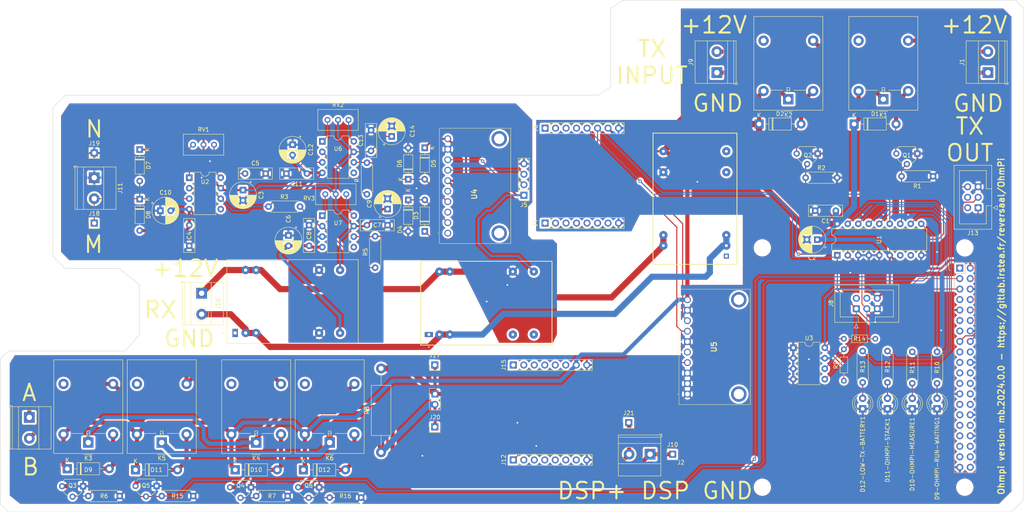
<source format=kicad_pcb>
(kicad_pcb (version 20211014) (generator pcbnew)
  (layers (0 "F.Cu" signal) (31 "B.Cu" signal) (34 "B.Paste" user) (35 "F.Paste" user) (36 "B.SilkS" user "B.Silkscreen") (37 "F.SilkS" user "F.Silkscreen") (38 "B.Mask" user) (39 "F.Mask" user) (44 "Edge.Cuts" user))
  (net 0 "")
  (net 1 "5VD")
  (net 2 "GNDD")
  (net 3 "GNDA")
  (net 4 "Net-(D1-Pad2)")
  (net 6 "SDA1")
  (net 8 "SCL1")
  (net 10 "Net-(R3-Pad2)")
  (net 11 "SCL2")
  (net 12 "SDA2")
  (net 14 "AN")
  (net 28 "SDA3")
  (net 29 "SCL3")
  (net 57 "/Relay_switch_dsp/out_12v_DSP")
  (net 58 "/Relay_switch_dsp/out_GND_DSP")
  (net 59 "/Current_injection_and_measurement/Input_DSP_+_alim")
  (net 60 "/Current_injection_and_measurement/Input_DSP_GND_alim")
  (net 61 "+12V_TX_bat")
  (net 62 "GND_TX_bat")
  (net 63 "/Vmn_measurement/Electrode_M")
  (net 64 "+12V_RX_bat")
  (net 65 "GND_RX_bat")
  (net 67 "-12V_A")
  (net 68 "+12V_A")
  (net 75 "5VA")
  (net 76 "Net-(J14-Pad2)")
  (net 77 "Net-(D5-Pad2)")
  (net 78 "GP2")
  (net 79 "GP3")
  (net 80 "GP0")
  (net 81 "GP1")
  (net 83 "Net-(D2-Pad2)")
  (net 103 "/Current_injection_and_measurement/A")
  (net 104 "/Current_injection_and_measurement/B")
  (net 105 "GP4")
  (net 106 "GP5")
  (net 107 "GP6")
  (net 108 "GP7")
  (net 109 "Net-(D3-Pad2)")
  (net 110 "Net-(D9-OHMPI-RUN-WAITING1-Pad2)")
  (net 111 "Net-(D10-OHMPI-MEASURE1-Pad2)")
  (net 112 "Net-(D11-OHMPI-STACK1-Pad2)")
  (net 113 "Net-(D12-LOW-TX-BATTERY1-Pad2)")
  (net 114 "Net-(R3-Pad1)")
  (net 115 "Net-(R4-Pad1)")
  (net 116 "Net-(RV1-Pad1)")
  (net 117 "Net-(RV1-Pad3)")
  (net 118 "Net-(RV2-Pad1)")
  (net 119 "Net-(RV2-Pad3)")
  (net 120 "Net-(RV3-Pad1)")
  (net 121 "Net-(RV3-Pad3)")
  (net 125 "Net-(D9-Pad2)")
  (net 126 "Net-(D10-Pad2)")
  (net 127 "Net-(D11-Pad2)")
  (net 128 "Net-(D12-Pad2)")
  (footprint "Potentiometer_THT:Potentiometer_Bourns_3296W_Vertical" (layer "F.Cu") (at 98.55 60)
    (fp_text reference "RV2")
    (fp_text value "10K")
  )
  (footprint "Resistor_THT:R_Axial_DIN0207_L6.3mm_D2.5mm_P7.62mm_Horizontal" (layer "F.Cu") (at 43.18 151.13 180)
    (fp_text reference "R6")
    (fp_text value "100k")
  )
  (footprint "TerminalBlock_Phoenix:TerminalBlock_Phoenix_MKDS-1,5-2-5.08_1x02_P5.08mm_Horizontal" (layer "F.Cu") (at 253.305 48.545 90)
    (fp_text reference "J1")
    (fp_text value "DSP_out_12v_GND")
  )
  (footprint "Resistor_THT:R_Axial_DIN0207_L6.3mm_D2.5mm_P7.62mm_Horizontal" (layer "F.Cu") (at 240.03 73.66 180)
    (fp_text reference "R1")
    (fp_text value "100k")
  )
  (footprint "TerminalBlock_Phoenix:TerminalBlock_Phoenix_MKDS-1,5-2-5.08_1x02_P5.08mm_Horizontal" (layer "F.Cu") (at 187.695 48.545 90)
    (fp_text reference "J9")
    (fp_text value "TX_bat")
  )
  (footprint "Relay_THT:Relay_SPDT_Omron-G5LE-1" (layer "F.Cu") (at 93.98 138.1675 180)
    (fp_text reference "K6")
    (fp_text value "G5LE-1")
  )
  (footprint "LED_THT:LED_D4.0mm" (layer "F.Cu") (at 235 130 90)
    (fp_text reference "D10-OHMPI-MEASURE1")
    (fp_text value "LED")
  )
  (footprint "Relay_THT:Relay_SPDT_Omron-G5LE-1" (layer "F.Cu") (at 228 55 180)
    (fp_text reference "K1")
    (fp_text value "G5LE-1")
  )
  (footprint "Connector_PinHeader_2.54mm:PinHeader_1x01_P2.54mm_Vertical" (layer "F.Cu") (at 37 85)
    (fp_text reference "J18")
    (fp_text value "ELEC_M")
  )
  (footprint "Connector_PinHeader_2.54mm:PinHeader_1x01_P2.54mm_Vertical" (layer "F.Cu") (at 119.43 134.38)
    (fp_text reference "J20")
    (fp_text value "shunt +")
  )
  (footprint "" (layer "F.Cu") (at 247.71 150)
    (fp_text reference "")
    (fp_text value "")
  )
  (footprint "Relay_THT:Relay_SPDT_Omron-G5LE-1" (layer "F.Cu") (at 76.2 138.1675 180)
    (fp_text reference "K4")
    (fp_text value "G5LE-1")
  )
  (footprint "Diode_THT:D_DO-41_SOD81_P10.16mm_Horizontal" (layer "F.Cu") (at 71.12 144.78)
    (fp_text reference "D10")
    (fp_text value "1N4001")
  )
  (footprint "" (layer "F.Cu") (at 247.71 91)
    (fp_text reference "")
    (fp_text value "")
  )
  (footprint "Resistor_THT:R_Axial_DIN0207_L6.3mm_D2.5mm_P7.62mm_Horizontal" (layer "F.Cu") (at 209.19 74)
    (fp_text reference "R2")
    (fp_text value "100k")
  )
  (footprint "Diode_THT:D_DO-35_SOD27_P7.62mm_Horizontal" (layer "F.Cu") (at 48 79.19 -90)
    (fp_text reference "D8")
    (fp_text value "BAT86")
  )
  (footprint "Capacitor_THT:C_Disc_D8.0mm_W2.5mm_P5.00mm" (layer "F.Cu") (at 103 85.5)
    (fp_text reference "C7")
    (fp_text value "100nF")
  )
  (footprint "Resistor_THT:R_Axial_DIN0207_L6.3mm_D2.5mm_P7.62mm_Horizontal" (layer "F.Cu") (at 229 116 -90)
    (fp_text reference "R12")
    (fp_text value "330 ohms")
  )
  (footprint "Connector_PinHeader_2.54mm:PinHeader_1x08_P2.54mm_Vertical" (layer "F.Cu") (at 146.125 85 90)
    (fp_text reference "J4")
    (fp_text value "Conn_01x08_Female")
  )
  (footprint "Resistor_THT:R_Axial_DIN0207_L6.3mm_D2.5mm_P7.62mm_Horizontal" (layer "F.Cu") (at 223 116 -90)
    (fp_text reference "R13")
    (fp_text value "330 ohms")
  )
  (footprint "Connector_PinHeader_2.54mm:PinHeader_1x08_P2.54mm_Vertical" (layer "F.Cu") (at 146.125 62 90)
    (fp_text reference "J6")
    (fp_text value "Conn_01x08_Female")
  )
  (footprint "Connector_PinHeader_2.54mm:PinHeader_1x04_P2.54mm_Vertical" (layer "F.Cu") (at 141 78.25 180)
    (fp_text reference "J5")
    (fp_text value "Conn_01x04_Female")
  )
  (footprint "Capacitor_THT:C_Disc_D8.0mm_W2.5mm_P5.00mm" (layer "F.Cu") (at 104 67.5 90)
    (fp_text reference "C13")
    (fp_text value "100nF")
  )
  (footprint "Connector_IDC:IDC-Header_2x03_P2.54mm_Vertical" (layer "F.Cu") (at 250.9425 81.285 180)
    (fp_text reference "J13")
    (fp_text value "Connector_I2C_for_mux")
  )
  (footprint "1085:1085" (layer "F.Cu") (at 122.571 87.43 -90)
    (fp_text reference "U4")
    (fp_text value "1115-Adress=0X49" hide)
  )
  (footprint "Package_DIP:DIP-18_W7.62mm" (layer "F.Cu") (at 216.85 92.8 90)
    (fp_text reference "U1")
    (fp_text value "MCP23008-xP")
  )
  (footprint "THD_15-1222N:CONV_THD_15-1222N" (layer "F.Cu") (at 85 104)
    (fp_text reference "Alim_analog_Vmn_measurement_ina128P_lm158" hide)
    (fp_text value "THD_15-1222N")
  )
  (footprint "Connector_IDC:IDC-Header_2x03_P2.54mm_Vertical" (layer "F.Cu") (at 221.455 105.7525 90)
    (fp_text reference "J8")
    (fp_text value "Connector_I2C_for_MCP23008")
  )
  (footprint "Package_DIP:DIP-8_W7.62mm" (layer "F.Cu") (at 206.2 115.2)
    (fp_text reference "U3")
    (fp_text value "24LC02")
  )
  (footprint "Resistor_THT:R_Axial_DIN0207_L6.3mm_D2.5mm_P7.62mm_Horizontal" (layer "F.Cu") (at 105 95.81 90)
    (fp_text reference "R5")
    (fp_text value "1k")
  )
  (footprint "Connector_PinHeader_2.54mm:PinHeader_1x02_P2.54mm_Vertical" (layer "F.Cu") (at 119.475 126.395)
    (fp_text reference "J14" hide)
    (fp_text value "Conn_01x02_Female")
  )
  (footprint "Resistor_THT:R_Axial_DIN0207_L6.3mm_D2.5mm_P7.62mm_Horizontal" (layer "F.Cu") (at 103 78 90)
    (fp_text reference "R4")
    (fp_text value "1k")
  )
  (footprint "Diode_THT:D_DO-35_SOD27_P7.62mm_Horizontal" (layer "F.Cu") (at 48 67.19 -90)
    (fp_text reference "D7")
    (fp_text value "BAT86")
  )
  (footprint "Diode_THT:D_DO-35_SOD27_P7.62mm_Horizontal" (layer "F.Cu") (at 117 66.76 -90)
    (fp_text reference "D5")
    (fp_text value "BAT86")
  )
  (footprint "Package_TO_SOT_THT:TO-92L_Wide" (layer "F.Cu") (at 91.45 149.01 180)
    (fp_text reference "Q6")
    (fp_text value "ZVN4206ASTZ")
  )
  (footprint "TerminalBlock_Phoenix:TerminalBlock_Phoenix_MKDS-1,5-2-5.08_1x02_P5.08mm_Horizontal" (layer "F.Cu") (at 21.285 132.075 -90)
    (fp_text reference "J3" hide)
    (fp_text value "Screw_Terminal_AB" hide)
  )
  (footprint "Package_TO_SOT_THT:TO-92L_Wide" (layer "F.Cu") (at 52.08 148.7 180)
    (fp_text reference "Q5")
    (fp_text value "ZVN4206ASTZ")
  )
  (footprint "Package_TO_SOT_THT:TO-92L_Wide" (layer "F.Cu") (at 236.23 68.16 180)
    (fp_text reference "Q1")
    (fp_text value "ZVN4206ASTZ")
  )
  (footprint "Resistor_THT:R_Axial_DIN0207_L6.3mm_D2.5mm_P7.62mm_Horizontal" (layer "F.Cu") (at 60.96 151.13 180)
    (fp_text reference "R15")
    (fp_text value "100k")
  )
  (footprint "" (layer "F.Cu") (at 203 149)
    (fp_text reference "")
    (fp_text value "")
  )
  (footprint "Capacitor_THT:C_Disc_D8.0mm_W2.5mm_P5.00mm" (layer "F.Cu") (at 73.5 73)
    (fp_text reference "C5")
    (fp_text value "100nF")
  )
  (footprint "Capacitor_THT:CP_Radial_D6.3mm_P2.50mm" (layer "F.Cu") (at 53 82)
    (fp_text reference "C10")
    (fp_text value "10uF")
  )
  (footprint "Capacitor_THT:CP_Radial_D6.3mm_P2.50mm" (layer "F.Cu") (at 212 89 180)
    (fp_text reference "C2")
    (fp_text value "10uF")
  )
  (footprint "TerminalBlock_Phoenix:TerminalBlock_Phoenix_MKDS-1,5-2-5.08_1x02_P5.08mm_Horizontal" (layer "F.Cu") (at 171.545 141 180)
    (fp_text reference "J2")
    (fp_text value "DPS5005_input_0_to_50V")
  )
  (footprint "Package_DIP:DIP-8_W7.62mm" (layer "F.Cu") (at 92.2 65.2)
    (fp_text reference "U6")
    (fp_text value "OP07")
  )
  (footprint "Diode_THT:D_DO-35_SOD27_P7.62mm_Horizontal" (layer "F.Cu") (at 113 74.38 90)
    (fp_text reference "D6")
    (fp_text value "BAT86")
  )
  (footprint "Connector_PinHeader_2.54mm:PinHeader_1x01_P2.54mm_Vertical" (layer "F.Cu") (at 37 68)
    (fp_text reference "J19")
    (fp_text value "ELEC_N")
  )
  (footprint "1085:1085" (layer "F.Cu") (at 180.571 126.43 -90)
    (fp_text reference "U5")
    (fp_text value "1115-Adress=0X48" hide)
  )
  (footprint "THD_15-1211N:THD151211N" (layer "F.Cu") (at 118 112 90)
    (fp_text reference "Alim_5V_I2C_isolator_Vmn_measurement1" hide)
    (fp_text value "THD_15-1211N" hide)
  )
  (footprint "LED_THT:LED_D4.0mm" (layer "F.Cu") (at 241 130 90)
    (fp_text reference "D9-OHMPI-RUN-WAITING1")
    (fp_text value "LED")
  )
  (footprint "Diode_THT:D_DO-41_SOD81_P10.16mm_Horizontal" (layer "F.Cu") (at 46.99 144.78)
    (fp_text reference "D11")
    (fp_text value "1N4001")
  )
  (footprint "Diode_THT:D_DO-41_SOD81_P10.16mm_Horizontal" (layer "F.Cu") (at 197.92 61)
    (fp_text reference "D2")
    (fp_text value "1N4001")
  )
  (footprint "Resistor_THT:R_Axial_DIN0207_L6.3mm_D2.5mm_P7.62mm_Horizontal" (layer "F.Cu") (at 83.82 151.13 180)
    (fp_text reference "R7")
    (fp_text value "100k")
  )
  (footprint "Package_DIP:DIP-8_W7.62mm" (layer "F.Cu") (at 92.2 83.2)
    (fp_text reference "U7")
    (fp_text value "OP07")
  )
  (footprint "Capacitor_THT:CP_Radial_D6.3mm_P2.50mm" (layer "F.Cu") (at 108 81.6 90)
    (fp_text reference "C9")
    (fp_text value "10uF")
  )
  (footprint "Diode_THT:D_DO-35_SOD27_P7.62mm_Horizontal" (layer "F.Cu") (at 117 87 90)
    (fp_text reference "D3")
    (fp_text value "BAT86")
  )
  (footprint "Connector_PinHeader_2.54mm:PinHeader_1x08_P2.54mm_Vertical" (layer "F.Cu") (at 138.43 142.38 90)
    (fp_text reference "J12")
    (fp_text value "Conn_01x08_Female")
  )
  (footprint "Connector_PinHeader_2.54mm:PinHeader_1x01_P2.54mm_Vertical" (layer "F.Cu") (at 119.43 119.38)
    (fp_text reference "J17")
    (fp_text value "DSP GND")
  )
  (footprint "Diode_THT:D_DO-41_SOD81_P10.16mm_Horizontal" (layer "F.Cu") (at 87.63 144.78)
    (fp_text reference "D12")
    (fp_text value "1N4001")
  )
  (footprint "Diode_THT:D_DO-41_SOD81_P10.16mm_Horizontal" (layer "F.Cu") (at 220.92 61)
    (fp_text reference "D1")
    (fp_text value "1N4001")
  )
  (footprint "LED_THT:LED_D4.0mm" (layer "F.Cu") (at 229 130 90)
    (fp_text reference "D11-OHMPI-STACK1")
    (fp_text value "LED")
  )
  (footprint "Resistor_THT:R_Axial_DIN0204_L3.6mm_D1.6mm_P7.62mm_Horizontal" (layer "F.Cu") (at 218.44 113.03)
    (fp_text reference "R14")
    (fp_text value "4K7")
  )
  (footprint "Package_TO_SOT_THT:TO-92L_Wide" (layer "F.Cu") (at 74.94 149.01 180)
    (fp_text reference "Q4")
    (fp_text value "ZVN4206ASTZ")
  )
  (footprint "Diode_THT:D_DO-41_SOD81_P10.16mm_Horizontal" (layer "F.Cu") (at 30.48 144.5175)
    (fp_text reference "D9")
    (fp_text value "1N4001")
  )
  (footprint "" (layer "F.Cu") (at 202 91)
    (fp_text reference "")
    (fp_text value "")
  )
  (footprint "Relay_THT:Relay_SPDT_Omron-G5LE-1" (layer "F.Cu") (at 205 55 180)
    (fp_text reference "K2")
    (fp_text value "G5LE-1")
  )
  (footprint "Resistor_THT:R_Axial_DIN0207_L6.3mm_D2.5mm_P7.62mm_Horizontal" (layer "F.Cu") (at 79.19 81)
    (fp_text reference "R3")
    (fp_text value "1k")
  )
  (footprint "Capacitor_THT:C_Disc_D8.0mm_W2.5mm_P5.00mm" (layer "F.Cu") (at 89 90.5 90)
    (fp_text reference "C8")
    (fp_text value "100nF")
  )
  (footprint "Potentiometer_THT:Potentiometer_Bourns_3296W_Vertical" (layer "F.Cu") (at 98 78)
    (fp_text reference "RV3")
    (fp_text value "10K")
  )
  (footprint "THD_15-1211N:THD151211N" (layer "F.Cu") (at 190 93 180)
    (fp_text reference "Alim_5V_Digital_rasp_iso1540_mcp23008_current_7_click1" hide)
    (fp_text value "THD_15-1211N" hide)
  )
  (footprint "Package_TO_SOT_THT:TO-92L_Wide" (layer "F.Cu") (at 34.3 148.7475 180)
    (fp_text reference "Q3")
    (fp_text value "ZVN4206ASTZ")
  )
  (footprint "Capacitor_THT:CP_Radial_D6.3mm_P2.50mm" (layer "F.Cu") (at 73 77 -90)
    (fp_text reference "C3")
    (fp_text value "10uF")
  )
  (footprint "Potentiometer_THT:Potentiometer_Bourns_3296W_Vertical" (layer "F.Cu") (at 66 66)
    (fp_text reference "RV1")
    (fp_text value "10K")
  )
  (footprint "Resistor_THT:R_Axial_DIN0207_L6.3mm_D2.5mm_P7.62mm_Horizontal" (layer "F.Cu") (at 101.6 151.5 180)
    (fp_text reference "R16")
    (fp_text value "100k")
  )
  (footprint "Capacitor_THT:CP_Radial_D6.3mm_P2.50mm" (layer "F.Cu") (at 84 88 -90)
    (fp_text reference "C6")
    (fp_text value "10uF")
  )
  (footprint "Resistor_THT:R_Axial_DIN0204_L3.6mm_D1.6mm_P7.62mm_Horizontal" (layer "F.Cu") (at 218.44 123.19 90)
    (fp_text reference "R9")
    (fp_text value "4K7")
  )
  (footprint "Resistor_THT:R_Axial_DIN0207_L6.3mm_D2.5mm_P7.62mm_Horizontal" (layer "F.Cu") (at 241 116.19 -90)
    (fp_text reference "R10")
    (fp_text value "330 ohms")
  )
  (footprint "Connector_PinHeader_2.54mm:PinHeader_1x01_P2.54mm_Vertical" (layer "F.Cu") (at 177 141)
    (fp_text reference "J10")
    (fp_text value "DSP+")
  )
  (footprint "LED_THT:LED_D4.0mm" (layer "F.Cu") (at 223 130 90)
    (fp_text reference "D12-LOW-TX-BATTERY1")
    (fp_text value "LED")
  )
  (footprint "Connector_PinHeader_2.54mm:PinHeader_1x01_P2.54mm_Vertical" (layer "F.Cu") (at 166.37 133.35)
    (fp_text reference "J21")
    (fp_text value "shunt -")
  )
  (footprint "Capacitor_THT:CP_Radial_D6.3mm_P2.50mm" (layer "F.Cu") (at 109 64 90)
    (fp_text reference "C14")
    (fp_text value "10uF")
  )
  (footprint "Package_DIP:DIP-8_W7.62mm" (layer "F.Cu") (at 60 74)
    (fp_text reference "U2")
    (fp_text value "OP07")
  )
  (footprint "Capacitor_THT:C_Disc_D8.0mm_W2.5mm_P5.00mm" (layer "F.Cu") (at 60 85.5 -90)
    (fp_text reference "C4")
    (fp_text value "100nF")
  )
  (footprint "TerminalBlock_Phoenix:TerminalBlock_Phoenix_MKDS-1,5-2-5.08_1x02_P5.08mm_Horizontal" (layer "F.Cu") (at 63 102 -90)
    (fp_text reference "J16")
    (fp_text value "RX_bat")
  )
  (footprint "Capacitor_THT:C_Disc_D8.0mm_W2.5mm_P5.00mm" (layer "F.Cu") (at 88.5 73 180)
    (fp_text reference "C11")
    (fp_text value "100nF")
  )
  (footprint "Capacitor_THT:C_Disc_D8.0mm_W2.5mm_P5.00mm" (layer "F.Cu") (at 216.5 82 180)
    (fp_text reference "C1")
    (fp_text value "100nF")
  )
  (footprint "Diode_THT:D_DO-35_SOD27_P7.62mm_Horizontal" (layer "F.Cu") (at 113 79.38 -90)
    (fp_text reference "D4")
    (fp_text value "BAT86")
  )
  (footprint "Relay_THT:Relay_SPDT_Omron-G5LE-1" (layer "F.Cu") (at 35.56 138.1675 180)
    (fp_text reference "K3")
    (fp_text value "G5LE-1")
  )
  (footprint "Resistor_THT:R_Axial_DIN0414_L11.9mm_D4.5mm_P20.32mm_Horizontal" (layer "F.Cu") (at 106.43 140.54 90)
    (fp_text reference "R8")
    (fp_text value "2 ohms")
  )
  (footprint "Resistor_THT:R_Axial_DIN0207_L6.3mm_D2.5mm_P7.62mm_Horizontal" (layer "F.Cu") (at 235 116.19 -90)
    (fp_text reference "R11")
    (fp_text value "330 ohms")
  )
  (footprint "TerminalBlock_Phoenix:TerminalBlock_Phoenix_MKDS-1,5-2-5.08_1x02_P5.08mm_Horizontal" (layer "F.Cu") (at 37 74 -90)
    (fp_text reference "J11")
    (fp_text value "Screw_Terminal_VMN")
  )
  (footprint "Capacitor_THT:CP_Radial_D6.3mm_P2.50mm" (layer "F.Cu") (at 85 66 -90)
    (fp_text reference "C12")
    (fp_text value "10uF")
  )
  (footprint "Connector_PinHeader_2.54mm:PinHeader_1x08_P2.54mm_Vertical" (layer "F.Cu") (at 138.43 119.38 90)
    (fp_text reference "J15")
    (fp_text value "Conn_01x08_Female")
  )
  (footprint "Relay_THT:Relay_SPDT_Omron-G5LE-1" (layer "F.Cu") (at 53.34 138.1675 180)
    (fp_text reference "K5")
    (fp_text value "G5LE-1")
  )
  (footprint "Package_TO_SOT_THT:TO-92L_Wide" (layer "F.Cu") (at 212.1 68.16 180)
    (fp_text reference "Q2")
    (fp_text value "ZVN4206ASTZ")
  )
  (footprint "Connector_PinSocket_2.54mm:PinSocket_2x20_P2.54mm_Vertical" (layer "B.Cu") (at 246.5 95.9 180)
    (fp_text reference "J7")
    (fp_text value "Raspberry_Pi_2_3")
  )
  (gr_line (start 165 31) (end 162 33) (layer "Edge.Cuts") (width 0.1))
  (gr_line (start 44.5 116) (end 16.24 116) (layer "Edge.Cuts") (width 0.1))
  (gr_line (start 162 33) (end 162 52) (layer "Edge.Cuts") (width 0.1))
  (gr_line (start 27 93) (end 30 96) (layer "Edge.Cuts") (width 0.1))
  (gr_line (start 30 54) (end 27 57) (layer "Edge.Cuts") (width 0.1))
  (gr_line (start 48 100) (end 43 96) (layer "Edge.Cuts") (width 0.1))
  (gr_line (start 159 54) (end 30 54) (layer "Edge.Cuts") (width 0.1))
  (gr_line (start 260 31) (end 165 31) (layer "Edge.Cuts") (width 0.1))
  (gr_line (start 27 104) (end 27 104) (layer "Edge.Cuts") (width 0.1))
  (gr_line (start 262 152) (end 262 33) (layer "Edge.Cuts") (width 0.1))
  (gr_line (start 30 96) (end 43 96) (layer "Edge.Cuts") (width 0.1))
  (gr_line (start 16.24 116) (end 14.24 117.84) (layer "Edge.Cuts") (width 0.1))
  (gr_line (start 162 52) (end 159 54) (layer "Edge.Cuts") (width 0.1))
  (gr_line (start 14.24 153) (end 16.24 155) (layer "Edge.Cuts") (width 0.1))
  (gr_line (start 14.24 117.84) (end 14.24 153) (layer "Edge.Cuts") (width 0.1))
  (gr_line (start 259 155) (end 262 152) (layer "Edge.Cuts") (width 0.1))
  (gr_line (start 48 112) (end 48 100) (layer "Edge.Cuts") (width 0.1))
  (gr_line (start 27 57) (end 27 93) (layer "Edge.Cuts") (width 0.1))
  (gr_line (start 48 112) (end 44.5 116) (layer "Edge.Cuts") (width 0.1))
  (gr_line (start 16.24 155) (end 259 155) (layer "Edge.Cuts") (width 0.1))
  (gr_line (start 260 31) (end 262 33) (layer "Edge.Cuts") (width 0.1))
  (gr_text "+12V" (at 187 37) (layer "F.SilkS") (effects (font (size 4 4) (thickness 0.5))))
  (gr_text "DSP GND" (at 182.88 149.86) (layer "F.SilkS") (effects (font (size 4 4) (thickness 0.5))))
  (gr_text "M" (at 36.83 90.17) (layer "F.SilkS") (effects (font (size 4 4) (thickness 0.5))))
  (gr_text "B" (at 21.5855 144.075) (layer "F.SilkS") (effects (font (size 4 4) (thickness 0.5))))
  (gr_text "RX" (at 53 106) (layer "F.SilkS") (effects (font (size 4 4) (thickness 0.5))))
  (gr_text "GND" (at 251 56) (layer "F.SilkS") (effects (font (size 4 4) (thickness 0.5))))
  (gr_text "GND" (at 187.932659 55.972876) (layer "F.SilkS") (effects (font (size 4 4) (thickness 0.5))))
  (gr_text "TX\nOUT" (at 248.92 64.77) (layer "F.SilkS") (effects (font (size 4 4) (thickness 0.5))))
  (gr_text "GND" (at 60 113) (layer "F.SilkS") (effects (font (size 4 4) (thickness 0.5))))
  (gr_text "Ohmpi version mb.2024.0.0 - https://gitlab.irstea.fr/reversaal/OhmPi" (at 256.54 110 90) (layer "F.SilkS") (effects (font (size 1.5 1.5) (thickness 0.3))))
  (gr_text "+12V" (at 59 96) (layer "F.SilkS") (effects (font (size 4 4) (thickness 0.5))))
  (gr_text "DSP+" (at 157.48 149.86) (layer "F.SilkS") (effects (font (size 4 4) (thickness 0.5))))
  (gr_text "+12V" (at 250 37) (layer "F.SilkS") (effects (font (size 4 4) (thickness 0.5))))
  (gr_text "N" (at 37 62.23) (layer "F.SilkS") (effects (font (size 4 4) (thickness 0.5))))
  (gr_text "A" (at 21.285 126.075) (layer "F.SilkS") (effects (font (size 4 4) (thickness 0.5))))
  (gr_text "TX\nINPUT" (at 172 46) (layer "F.SilkS") (effects (font (size 4 4) (thickness 0.5))))
  (segment (start 246.385 76.205) (end 246.38 76.2) (width 0.25) (layer "F.Cu") (net 1))
  (segment (start 242 96) (end 244 94) (width 0.5) (layer "F.Cu") (net 1))
  (segment (start 241.3 88.9) (end 231.14 88.9) (width 0.25) (layer "F.Cu") (net 1))
  (segment (start 199 53) (end 197.92 54.08) (width 1) (layer "F.Cu") (net 1))
  (segment (start 242.57 80.01) (end 242.57 87.63) (width 0.25) (layer "F.Cu") (net 1))
  (segment (start 47.34 136.1675) (end 47.34 144.43) (width 1) (layer "F.Cu") (net 1))
  (segment (start 47.34 136.1675) (end 50.1575 133.35) (width 1) (layer "F.Cu") (net 1))
  (segment (start 197.92 54.08) (end 197.92 61) (width 1) (layer "F.Cu") (net 1))
  (segment (start 67.3825 133.35) (end 70.2 136.1675) (width 1) (layer "F.Cu") (net 1))
  (segment (start 242.57 87.63) (end 241.3 88.9) (width 0.25) (layer "F.Cu") (net 1))
  (segment (start 244 94) (end 248.342081 94) (width 0.5) (layer "F.Cu") (net 1))
  (segment (start 229.55 92.8) (end 232.75 96) (width 0.5) (layer "F.Cu") (net 1))
  (segment (start 232.75 96) (end 242 96) (width 0.5) (layer "F.Cu") (net 1))
  (segment (start 174.76 67.6) (end 166.965 67.6) (width 0.5) (layer "F.Cu") (net 1))
  (segment (start 229.55 90.49) (end 229.55 92.8) (width 0.25) (layer "F.Cu") (net 1))
  (segment (start 87.98 136.1675) (end 87.98 144.43) (width 1) (layer "F.Cu") (net 1))
  (segment (start 248.4025 76.205) (end 246.385 76.205) (width 0.25) (layer "F.Cu") (net 1))
  (segment (start 181.36 61) (end 174.76 67.6) (width 1.5) (layer "F.Cu") (net 1))
  (segment (start 70.2 143.86) (end 71.12 144.78) (width 1) (layer "F.Cu") (net 1))
  (segment (start 44.5225 133.35) (end 47.34 136.1675) (width 1) (layer "F.Cu") (net 1))
  (segment (start 29.56 143.5975) (end 30.48 144.5175) (width 1) (layer "F.Cu") (net 1))
  (segment (start 180.571 72.771) (end 175.4 67.6) (width 1) (layer "F.Cu") (net 1))
  (segment (start 218.44 113.03) (end 215.99 113.03) (width 0.25) (layer "F.Cu") (net 1))
  (segment (start 222 59.92) (end 220.92 61) (width 1) (layer "F.Cu") (net 1))
  (segment (start 87.98 144.43) (end 87.63 144.78) (width 1) (layer "F.Cu") (net 1))
  (segment (start 246.38 76.2) (end 242.57 80.01) (width 0.25) (layer "F.Cu") (net 1))
  (segment (start 197.92 61) (end 181.36 61) (width 1.5) (layer "F.Cu") (net 1))
  (segment (start 213.82 115.2) (end 218.44 119.82) (width 0.25) (layer "F.Cu") (net 1))
  (segment (start 166.965 67.6) (end 161.365 62) (width 0.5) (layer "F.Cu") (net 1))
  (segment (start 180.571 103.57) (end 180.571 72.771) (width 1) (layer "F.Cu") (net 1))
  (segment (start 249.04 94.697919) (end 249.04 95.9) (width 0.5) (layer "F.Cu") (net 1))
  (segment (start 50.1575 133.35) (end 67.3825 133.35) (width 1) (layer "F.Cu") (net 1))
  (segment (start 70.2 136.1675) (end 70.2 143.86) (width 1) (layer "F.Cu") (net 1))
  (segment (start 216.85 85.18) (end 208.18 85.18) (width 1.5) (layer "F.Cu") (net 1))
  (segment (start 197.92 74.92) (end 197.92 61) (width 1.5) (layer "F.Cu") (net 1))
  (segment (start 248.342081 94) (end 249.04 94.697919) (width 0.5) (layer "F.Cu") (net 1))
  (segment (start 29.56 136.1675) (end 29.56 143.5975) (width 1) (layer "F.Cu") (net 1))
  (segment (start 208.18 85.18) (end 197.92 74.92) (width 1.5) (layer "F.Cu") (net 1))
  (segment (start 218.44 119.82) (end 218.44 123.19) (width 0.25) (layer "F.Cu") (net 1))
  (segment (start 29.56 136.1675) (end 32.3775 133.35) (width 1) (layer "F.Cu") (net 1))
  (segment (start 222 53) (end 222 59.92) (width 1) (layer "F.Cu") (net 1))
  (segment (start 229.55 100.1975) (end 226.535 103.2125) (width 0.5) (layer "F.Cu") (net 1))
  (segment (start 47.34 144.43) (end 46.99 144.78) (width 1) (layer "F.Cu") (net 1))
  (segment (start 215.99 113.03) (end 213.82 115.2) (width 0.25) (layer "F.Cu") (net 1))
  (segment (start 231.14 88.9) (end 229.55 90.49) (width 0.25) (layer "F.Cu") (net 1))
  (segment (start 229.55 92.8) (end 229.55 100.1975) (width 0.5) (layer "F.Cu") (net 1))
  (segment (start 32.3775 133.35) (end 44.5225 133.35) (width 1) (layer "F.Cu") (net 1))
  (segment (start 225.75 89) (end 229.55 92.8) (width 1) (layer "B.Cu") (net 1))
  (segment (start 220.92 61) (end 220.92 81.11) (width 1.5) (layer "B.Cu") (net 1))
  (segment (start 213.82 103.18) (end 216 101) (width 0.5) (layer "B.Cu") (net 1))
  (segment (start 180.571 103.57) (end 178.37 103.57) (width 1) (layer "B.Cu") (net 1))
  (segment (start 92.0675 132.08) (end 87.98 136.1675) (width 1) (layer "B.Cu") (net 1))
  (segment (start 109.22 123.19) (end 100.33 132.08) (width 1) (layer "B.Cu") (net 1))
  (segment (start 216.5 82) (end 216.5 84.83) (width 1.5) (layer "B.Cu") (net 1))
  (segment (start 213.82 115.2) (end 213.82 103.18) (width 0.5) (layer "B.Cu") (net 1))
  (segment (start 224.3225 101) (end 226.535 103.2125) (width 0.5) (layer "B.Cu") (net 1))
  (segment (start 153.67 118.11) (end 154.94 116.84) (width 1) (layer "B.Cu") (net 1))
  (segment (start 100.33 132.08) (end 92.0675 132.08) (width 1) (layer "B.Cu") (net 1))
  (segment (start 216 101) (end 224.3225 101) (width 0.5) (layer "B.Cu") (net 1))
  (segment (start 212 89) (end 225.75 89) (width 1) (layer "B.Cu") (net 1))
  (segment (start 85.1625 133.35) (end 87.98 136.1675) (width 1) (layer "B.Cu") (net 1))
  (segment (start 213.03 89) (end 216.85 85.18) (width 1) (layer "B.Cu") (net 1))
  (segment (start 178.37 103.57) (end 165.1 116.84) (width 1) (layer "B.Cu") (net 1))
  (segment (start 154.94 116.84) (end 165.1 116.84) (width 1) (layer "B.Cu") (net 1))
  (segment (start 153.67 119.38) (end 149.86 123.19) (width 1) (layer "B.Cu") (net 1))
  (segment (start 149.86 123.19) (end 109.22 123.19) (width 1) (layer "B.Cu") (net 1))
  (segment (start 70.2 136.1675) (end 73.0175 133.35) (width 1) (layer "B.Cu") (net 1))
  (segment (start 216.5 84.83) (end 216.85 85.18) (width 1.5) (layer "B.Cu") (net 1))
  (segment (start 212 89) (end 213.03 89) (width 1) (layer "B.Cu") (net 1))
  (segment (start 73.0175 133.35) (end 85.1625 133.35) (width 1) (layer "B.Cu") (net 1))
  (segment (start 153.67 119.38) (end 153.67 118.11) (width 1) (layer "B.Cu") (net 1))
  (segment (start 220.92 81.11) (end 216.85 85.18) (width 1.5) (layer "B.Cu") (net 1))
  (via (at 220 97) (size 0.8) (drill 0.4) (layers "F.Cu" "B.Cu") (net 2))
  (via (at 227.96551 82.95523) (size 0.8) (drill 0.4) (layers "F.Cu" "B.Cu") (net 2))
  (via (at 242 111) (size 0.8) (drill 0.4) (layers "F.Cu" "B.Cu") (net 2))
  (via (at 116.43 141.38) (size 0.8) (drill 0.4) (layers "F.Cu" "B.Cu") (net 2))
  (via (at 183 75) (size 0.8) (drill 0.4) (layers "F.Cu" "B.Cu") (net 2))
  (via (at 210 118) (size 0.8) (drill 0.4) (layers "F.Cu" "B.Cu") (net 2))
  (via (at 234 83) (size 0.8) (drill 0.4) (layers "F.Cu" "B.Cu") (net 2))
  (via (at 144 139) (size 0.8) (drill 0.4) (layers "F.Cu" "B.Cu") (net 2))
  (via (at 222.997158 82.95523) (size 0.8) (drill 0.4) (layers "F.Cu" "B.Cu") (net 2))
  (via (at 226 109) (size 0.8) (drill 0.4) (layers "F.Cu" "B.Cu") (net 2))
  (via (at 139.43 133.38) (size 0.8) (drill 0.4) (layers "F.Cu" "B.Cu") (net 2))
  (via (at 241 92) (size 0.8) (drill 0.4) (layers "F.Cu" "B.Cu") (net 2))
  (via (at 65 70) (size 0.8) (drill 0.4) (layers "F.Cu" "B.Cu") (net 3))
  (via (at 137 100) (size 0.8) (drill 0.4) (layers "F.Cu" "B.Cu") (net 3))
  (via (at 115 76.57) (size 0.8) (drill 0.4) (layers "F.Cu" "B.Cu") (net 3))
  (via (at 132 104) (size 0.8) (drill 0.4) (layers "F.Cu" "B.Cu") (net 3))
  (via (at 63 74) (size 0.8) (drill 0.4) (layers "F.Cu" "B.Cu") (net 3))
  (segment (start 231 68.16) (end 231 61.08) (width 0.25) (layer "F.Cu") (net 4))
  (segment (start 231.08 61) (end 231.08 55.92) (width 1) (layer "F.Cu") (net 4))
  (segment (start 231.08 55.92) (end 234 53) (width 1) (layer "F.Cu") (net 4))
  (segment (start 231 61.08) (end 231.08 61) (width 0.25) (layer "F.Cu") (net 4))
  (segment (start 213.46 92.54) (end 215 91) (width 0.25) (layer "F.Cu") (net 6))
  (segment (start 178 86) (end 178 110) (width 0.25) (layer "F.Cu") (net 6))
  (segment (start 215 91) (end 219 91) (width 0.25) (layer "F.Cu") (net 6))
  (segment (start 222.820489 96.230489) (end 219.39 92.8) (width 0.2) (layer "F.Cu") (net 6))
  (segment (start 219.39 91.39) (end 219.39 92.8) (width 0.25) (layer "F.Cu") (net 6))
  (segment (start 223.995 105.7525) (end 226.2425 108) (width 0.2) (layer "F.Cu") (net 6))
  (segment (start 207.46 92.54) (end 213.46 92.54) (width 0.25) (layer "F.Cu") (net 6))
  (segment (start 179.19 111.19) (end 180.571 111.19) (width 0.25) (layer "F.Cu") (net 6))
  (segment (start 223.995 105.7525) (end 222.820489 104.577989) (width 0.2) (layer "F.Cu") (net 6))
  (segment (start 219 91) (end 219.39 91.39) (width 0.25) (layer "F.Cu") (net 6))
  (segment (start 222.820489 104.577989) (end 222.820489 96.230489) (width 0.2) (layer "F.Cu") (net 6))
  (segment (start 158.825 66.825) (end 178 86) (width 0.25) (layer "F.Cu") (net 6))
  (segment (start 227 108) (end 236.56 98.44) (width 0.2) (layer "F.Cu") (net 6))
  (segment (start 178 110) (end 179.19 111.19) (width 0.25) (layer "F.Cu") (net 6))
  (segment (start 158.825 62) (end 158.825 66.825) (width 0.25) (layer "F.Cu") (net 6))
  (segment (start 226.2425 108) (end 227 108) (width 0.2) (layer "F.Cu") (net 6))
  (segment (start 236.56 98.44) (end 246.5 98.44) (width 0.2) (layer "F.Cu") (net 6))
  (via (at 207.46 92.54) (size 0.8) (drill 0.4) (layers "F.Cu" "B.Cu") (net 6))
  (segment (start 223.995 112.645) (end 213.82 122.82) (width 0.2) (layer "B.Cu") (net 6))
  (segment (start 201.186198 77.55048) (end 207 83.364282) (width 0.25) (layer "B.Cu") (net 6))
  (segment (start 171.9125 75.0875) (end 174.37548 77.55048) (width 0.25) (layer "B.Cu") (net 6))
  (segment (start 223.995 105.7525) (end 223.995 112.555) (width 0.2) (layer "B.Cu") (net 6))
  (segment (start 174.37548 77.55048) (end 201.186198 77.55048) (width 0.25) (layer "B.Cu") (net 6))
  (segment (start 223.995 112.555) (end 223.995 112.645) (width 0.2) (layer "B.Cu") (net 6))
  (segment (start 224.47 113.03) (end 223.995 112.555) (width 0.25) (layer "B.Cu") (net 6))
  (segment (start 207 83.364282) (end 207 92.08) (width 0.25) (layer "B.Cu") (net 6))
  (segment (start 158.825 62) (end 171.9125 75.0875) (width 0.25) (layer "B.Cu") (net 6))
  (segment (start 207 92.08) (end 207.46 92.54) (width 0.25) (layer "B.Cu") (net 6))
  (segment (start 226.06 113.03) (end 224.47 113.03) (width 0.25) (layer "B.Cu") (net 6))
  (segment (start 179.413989 107.492989) (end 179.413989 85.128989) (width 0.25) (layer "F.Cu") (net 8))
  (segment (start 225.7025 110) (end 221.455 105.7525) (width 0.25) (layer "F.Cu") (net 8))
  (segment (start 227 110) (end 225.7025 110) (width 0.25) (layer "F.Cu") (net 8))
  (segment (start 236.02 100.98) (end 227 110) (width 0.25) (layer "F.Cu") (net 8))
  (segment (start 216.85 92.8) (end 216.85 101.1475) (width 0.25) (layer "F.Cu") (net 8))
  (segment (start 180.571 108.65) (end 179.413989 107.492989) (width 0.25) (layer "F.Cu") (net 8))
  (segment (start 216.85 101.1475) (end 221.455 105.7525) (width 0.25) (layer "F.Cu") (net 8))
  (segment (start 246.5 100.98) (end 236.02 100.98) (width 0.25) (layer "F.Cu") (net 8))
  (segment (start 179.413989 85.128989) (end 169.1425 74.8575) (width 0.25) (layer "F.Cu") (net 8))
  (via (at 169.1425 74.8575) (size 0.8) (drill 0.4) (layers "F.Cu" "B.Cu") (net 8))
  (segment (start 206.184511 93.264511) (end 216.385489 93.264511) (width 0.25) (layer "B.Cu") (net 8))
  (segment (start 221.455 112.645) (end 221.455 105.7525) (width 0.25) (layer "B.Cu") (net 8))
  (segment (start 156.285 62) (end 169.1425 74.8575) (width 0.25) (layer "B.Cu") (net 8))
  (segment (start 213.82 120.28) (end 221.455 112.645) (width 0.25) (layer "B.Cu") (net 8))
  (segment (start 169.1425 74.8575) (end 172.285 78) (width 0.25) (layer "B.Cu") (net 8))
  (segment (start 201 78) (end 206 83) (width 0.25) (layer "B.Cu") (net 8))
  (segment (start 206 93.08) (end 206.184511 93.264511) (width 0.25) (layer "B.Cu") (net 8))
  (segment (start 172.285 78) (end 201 78) (width 0.25) (layer "B.Cu") (net 8))
  (segment (start 206 83) (end 206 93.08) (width 0.25) (layer "B.Cu") (net 8))
  (segment (start 216.385489 93.264511) (end 216.85 92.8) (width 0.25) (layer "B.Cu") (net 8))
  (segment (start 92.2 85.74) (end 102.27 95.81) (width 0.25) (layer "F.Cu") (net 10))
  (segment (start 86.81 81) (end 91.55 85.74) (width 0.25) (layer "F.Cu") (net 10))
  (segment (start 102.27 95.81) (end 105 95.81) (width 0.25) (layer "F.Cu") (net 10))
  (segment (start 91.55 85.74) (end 92.2 85.74) (width 0.25) (layer "F.Cu") (net 10))
  (segment (start 131 70) (end 134.96 73.96) (width 0.25) (layer "F.Cu") (net 11))
  (segment (start 139.25 73.96) (end 141 75.71) (width 0.25) (layer "F.Cu") (net 11))
  (segment (start 134.96 73.96) (end 139.25 73.96) (width 0.25) (layer "F.Cu") (net 11))
  (via (at 131 70) (size 0.8) (drill 0.4) (layers "F.Cu" "B.Cu") (net 11))
  (segment (start 131 70) (end 130.65 69.65) (width 0.25) (layer "B.Cu") (net 11))
  (segment (start 130.65 69.65) (end 122.571 69.65) (width 0.25) (layer "B.Cu") (net 11))
  (segment (start 140.02 72.19) (end 141 73.17) (width 0.25) (layer "B.Cu") (net 12))
  (segment (start 140.02 72.19) (end 122.571 72.19) (width 0.25) (layer "B.Cu") (net 12))
  (segment (start 162 118.81) (end 138.43 142.38) (width 0.25) (layer "F.Cu") (net 14))
  (segment (start 180.571 118.81) (end 162 118.81) (width 0.25) (layer "F.Cu") (net 14))
  (segment (start 247.865 112.315) (end 249.526701 112.315) (width 0.25) (layer "F.Cu") (net 28))
  (segment (start 247.74 79.92) (end 249.7675 79.92) (width 0.25) (layer "F.Cu") (net 28))
  (segment (start 249.7675 79.92) (end 250.9425 78.745) (width 0.25) (layer "F.Cu") (net 28))
  (segment (start 246.5 113.68) (end 247.865 112.315) (width 0.25) (layer "F.Cu") (net 28))
  (segment (start 249.526701 112.315) (end 250.215 111.626701) (width 0.25) (layer "F.Cu") (net 28))
  (segment (start 250.215 111.626701) (end 250.215 85.115) (width 0.25) (layer "F.Cu") (net 28))
  (segment (start 247.2275 82.1275) (end 247.2275 80.4325) (width 0.25) (layer "F.Cu") (net 28))
  (segment (start 247.2275 80.4325) (end 247.74 79.92) (width 0.25) (layer "F.Cu") (net 28))
  (segment (start 250.215 85.115) (end 247.2275 82.1275) (width 0.25) (layer "F.Cu") (net 28))
  (segment (start 249.04 113.68) (end 250.9425 111.7775) (width 0.25) (layer "F.Cu") (net 29))
  (segment (start 250.9425 111.7775) (end 250.9425 81.285) (width 0.25) (layer "F.Cu") (net 29))
  (segment (start 243.545 48.545) (end 239 44) (width 1) (layer "F.Cu") (net 57))
  (segment (start 214.2 44) (end 211 40.8) (width 1) (layer "F.Cu") (net 57))
  (segment (start 253.305 48.545) (end 243.545 48.545) (width 1) (layer "F.Cu") (net 57))
  (segment (start 239 44) (end 214.2 44) (width 1) (layer "F.Cu") (net 57))
  (segment (start 245.8 40.8) (end 248.465 43.465) (width 1) (layer "F.Cu") (net 58))
  (segment (start 248.465 43.465) (end 253.305 43.465) (width 1) (layer "F.Cu") (net 58))
  (segment (start 234 40.8) (end 245.8 40.8) (width 1) (layer "F.Cu") (net 58))
  (segment (start 95.25 130.81) (end 82.55 130.81) (width 1) (layer "F.Cu") (net 59))
  (segment (start 109.22 143.51) (end 109.22 130.81) (width 1) (layer "F.Cu") (net 59))
  (segment (start 96.52 129.54) (end 95.25 130.81) (width 1) (layer "F.Cu") (net 59))
  (segment (start 171.545 141) (end 163.955 148.59) (width 1) (layer "F.Cu") (net 59))
  (segment (start 76.2 137.16) (end 76.2 138.1675) (width 1) (layer "F.Cu") (net 59))
  (segment (start 109.22 130.81) (end 107.95 129.54) (width 1) (layer "F.Cu") (net 59))
  (segment (start 163.955 148.59) (end 114.3 148.59) (width 1) (layer "F.Cu") (net 59))
  (segment (start 107.95 129.54) (end 96.52 129.54) (width 1) (layer "F.Cu") (net 59))
  (segment (start 114.3 148.59) (end 109.22 143.51) (width 1) (layer "F.Cu") (net 59))
  (segment (start 82.55 130.81) (end 76.2 137.16) (width 1) (layer "F.Cu") (net 59))
  (segment (start 171.545 141) (end 177 141) (width 1) (layer "F.Cu") (net 59))
  (segment (start 72.6525 138.1675) (end 72.39 138.43) (width 1) (layer "B.Cu") (net 59))
  (segment (start 64.77 138.43) (end 63.5 137.16) (width 1) (layer "B.Cu") (net 59))
  (segment (start 63.5 134.62) (end 60.96 132.08) (width 1) (layer "B.Cu") (net 59))
  (segment (start 76.2 138.1675) (end 72.6525 138.1675) (width 1) (layer "B.Cu") (net 59))
  (segment (start 39.37 132.08) (end 35.56 135.89) (width 1) (layer "B.Cu") (net 59))
  (segment (start 72.39 138.43) (end 64.77 138.43) (width 1) (layer "B.Cu") (net 59))
  (segment (start 60.96 132.08) (end 39.37 132.08) (width 1) (layer "B.Cu") (net 59))
  (segment (start 63.5 137.16) (end 63.5 134.62) (width 1) (layer "B.Cu") (net 59))
  (segment (start 35.56 135.89) (end 35.56 138.1675) (width 1) (layer "B.Cu") (net 59))
  (segment (start 119.475 126.395) (end 123.445 126.395) (width 1) (layer "F.Cu") (net 60))
  (segment (start 124.43 127.38) (end 124.43 144.38) (width 1) (layer "F.Cu") (net 60))
  (segment (start 166.465 141) (end 162.085 145.38) (width 1) (layer "F.Cu") (net 60))
  (segment (start 123.445 126.395) (end 124.43 127.38) (width 1) (layer "F.Cu") (net 60))
  (segment (start 124.43 144.38) (end 125.43 145.38) (width 1) (layer "F.Cu") (net 60))
  (segment (start 106.43 120.22) (end 113.3 120.22) (width 1.5) (layer "F.Cu") (net 60))
  (segment (start 119.475 119.425) (end 119.43 119.38) (width 0.75) (layer "F.Cu") (net 60))
  (segment (start 113.445 120.365) (end 119.475 126.395) (width 1.5) (layer "F.Cu") (net 60))
  (segment (start 166.465 141) (end 166.465 133.445) (width 1) (layer "F.Cu") (net 60))
  (segment (start 166.465 133.445) (end 166.37 133.35) (width 1) (layer "F.Cu") (net 60))
  (segment (start 162.085 145.38) (end 125.43 145.38) (width 1) (layer "F.Cu") (net 60))
  (segment (start 119.475 126.395) (end 119.475 119.425) (width 0.75) (layer "F.Cu") (net 60))
  (segment (start 113.3 120.22) (end 113.445 120.365) (width 1.5) (layer "F.Cu") (net 60))
  (segment (start 187.695 48.545) (end 198.545 48.545) (width 1) (layer "F.Cu") (net 61))
  (segment (start 198.545 48.545) (end 205 55) (width 1) (layer "F.Cu") (net 61))
  (segment (start 187.695 43.465) (end 208.465 43.465) (width 1) (layer "F.Cu") (net 62))
  (segment (start 223 50) (end 228 55) (width 1) (layer "F.Cu") (net 62))
  (segment (start 208.465 43.465) (end 215 50) (width 1) (layer "F.Cu") (net 62))
  (segment (start 215 50) (end 223 50) (width 1) (layer "F.Cu") (net 62))
  (segment (start 37 79.08) (end 37 85) (width 0.25) (layer "F.Cu") (net 63))
  (segment (start 60 79.08) (end 48.11 79.08) (width 0.25) (layer "F.Cu") (net 63))
  (segment (start 37 79.08) (end 47.89 79.08) (width 0.25) (layer "F.Cu") (net 63))
  (segment (start 48 74.81) (end 48 79.19) (width 0.25) (layer "F.Cu") (net 63))
  (segment (start 120.54 96.76) (end 123.08 96.76) (width 1.5) (layer "F.Cu") (net 64))
  (segment (start 123.08 96.76) (end 129.76 96.76) (width 1.5) (layer "F.Cu") (net 64))
  (segment (start 116.3 101) (end 120.54 96.76) (width 1.5) (layer "F.Cu") (net 64))
  (segment (start 129.76 96.76) (end 136 103) (width 1.5) (layer "F.Cu") (net 64))
  (segment (start 174.76 87.92) (end 174.76 90.46) (width 1.5) (layer "F.Cu") (net 64))
  (segment (start 76.18 96.38) (end 77.38 96.38) (width 1.5) (layer "F.Cu") (net 64))
  (segment (start 77.38 96.38) (end 82 101) (width 1.5) (layer "F.Cu") (net 64))
  (segment (start 162.22 103) (end 174.76 90.46) (width 1.5) (layer "F.Cu") (net 64))
  (segment (start 136 103) (end 162.22 103) (width 1.5) (layer "F.Cu") (net 64))
  (segment (start 76.18 96.38) (end 73.64 96.38) (width 1.5) (layer "F.Cu") (net 64))
  (segment (start 73.64 96.38) (end 68.62 96.38) (width 1.5) (layer "F.Cu") (net 64))
  (segment (start 82 101) (end 116.3 101) (width 1.5) (layer "F.Cu") (net 64))
  (segment (start 68.62 96.38) (end 63 102) (width 1.5) (layer "F.Cu") (net 64))
  (segment (start 120.54 112.46) (end 120.54 112) (width 1.5) (layer "F.Cu") (net 65))
  (segment (start 118 115) (end 120.54 112.46) (width 1.5) (layer "F.Cu") (net 65))
  (segment (start 76.18 111.62) (end 79.56 115) (width 1.5) (layer "F.Cu") (net 65))
  (segment (start 123.08 112) (end 120.54 112) (width 1.5) (layer "F.Cu") (net 65))
  (segment (start 73.64 111.62) (end 73.64 110.700762) (width 1.5) (layer "F.Cu") (net 65))
  (segment (start 73.64 110.700762) (end 70.019238 107.08) (width 1.5) (layer "F.Cu") (net 65))
  (segment (start 79.56 115) (end 118 115) (width 1.5) (layer "F.Cu") (net 65))
  (segment (start 70.019238 107.08) (end 63 107.08) (width 1.5) (layer "F.Cu") (net 65))
  (segment (start 73.64 111.62) (end 76.18 111.62) (width 1.5) (layer "F.Cu") (net 65))
  (segment (start 190 87.92) (end 190 90.46) (width 1.5) (layer "B.Cu") (net 65))
  (segment (start 131 112) (end 123.08 112) (width 1.5) (layer "B.Cu") (net 65))
  (segment (start 186 93.611472) (end 186 97) (width 1.5) (layer "B.Cu") (net 65))
  (segment (start 136 107) (end 131 112) (width 1.5) (layer "B.Cu") (net 65))
  (segment (start 163 107) (end 136 107) (width 1.5) (layer "B.Cu") (net 65))
  (segment (start 189.151472 90.46) (end 186 93.611472) (width 1.5) (layer "B.Cu") (net 65))
  (segment (start 185 98) (end 172 98) (width 1.5) (layer "B.Cu") (net 65))
  (segment (start 186 97) (end 185 98) (width 1.5) (layer "B.Cu") (net 65))
  (segment (start 190 90.46) (end 189.151472 90.46) (width 1.5) (layer "B.Cu") (net 65))
  (segment (start 172 98) (end 163 107) (width 1.5) (layer "B.Cu") (net 65))
  (segment (start 81.02 89.98) (end 81 90) (width 0.5) (layer "F.Cu") (net 67))
  (segment (start 81.5 90.5) (end 84 90.5) (width 0.5) (layer "F.Cu") (net 67))
  (segment (start 60 86) (end 59 87) (width 0.75) (layer "F.Cu") (net 67))
  (segment (start 81.02 84) (end 62.38 84) (width 0.5) (layer "F.Cu") (net 67))
  (segment (start 51.81 86.81) (end 48 86.81) (width 0.75) (layer "F.Cu") (net 67))
  (segment (start 92.2 72.82) (end 81.02 84) (width 0.5) (layer "F.Cu") (net 67))
  (segment (start 52 87) (end 51.81 86.81) (width 0.75) (layer "F.Cu") (net 67))
  (segment (start 62.38 84) (end 60 81.62) (width 0.5) (layer "F.Cu") (net 67))
  (segment (start 88.68 72.82) (end 88.5 73) (width 0.75) (layer "F.Cu") (net 67))
  (segment (start 92.2 90.82) (end 89.32 90.82) (width 0.75) (layer "F.Cu") (net 67))
  (segment (start 89 90.5) (end 84 90.5) (width 0.75) (layer "F.Cu") (net 67))
  (segment (start 92.2 72.82) (end 88.68 72.82) (width 0.75) (layer "F.Cu") (net 67))
  (segment (start 89.32 90.82) (end 89 90.5) (width 0.75) (layer "F.Cu") (net 67))
  (segment (start 60 81.62) (end 60 86) (width 0.75) (layer "F.Cu") (net 67))
  (segment (start 59 87) (end 52 87) (width 0.75) (layer "F.Cu") (net 67))
  (segment (start 81 90) (end 81.5 90.5) (width 0.5) (layer "F.Cu") (net 67))
  (segment (start 81.02 84) (end 81.02 89.98) (width 0.5) (layer "F.Cu") (net 67))
  (segment (start 85 69.5) (end 85 68.5) (width 0.75) (layer "B.Cu") (net 67))
  (segment (start 55.88 81.62) (end 55.5 82) (width 0.75) (layer "B.Cu") (net 67))
  (segment (start 96.5 111.62) (end 96.5 107.5) (width 0.75) (layer "B.Cu") (net 67))
  (segment (start 60 81.62) (end 55.88 81.62) (width 0.75) (layer "B.Cu") (net 67))
  (segment (start 82 92.5) (end 84 90.5) (width 0.75) (layer "B.Cu") (net 67))
  (segment (start 82 93) (end 82 92.5) (width 0.75) (layer "B.Cu") (net 67))
  (segment (start 88.5 73) (end 85 69.5) (width 0.75) (layer "B.Cu") (net 67))
  (segment (start 96.5 107.5) (end 82 93) (width 0.75) (layer "B.Cu") (net 67))
  (segment (start 99.82 67.74) (end 103.76 67.74) (width 0.25) (layer "F.Cu") (net 68))
  (segment (start 63.46 66) (end 63.46 64.46) (width 0.5) (layer "F.Cu") (net 68))
  (segment (start 103.76 67.74) (end 104 67.5) (width 0.25) (layer "F.Cu") (net 68))
  (segment (start 109 64) (end 107.5 64) (width 0.25) (layer "F.Cu") (net 68))
  (segment (start 58.27 64.73) (end 58.27 67.19) (width 0.5) (layer "F.Cu") (net 68))
  (segment (start 67.62 76.54) (end 63.46 72.38) (width 0.5) (layer "F.Cu") (net 68))
  (segment (start 73 77) (end 68.08 77) (width 0.5) (layer "F.Cu") (net 68))
  (segment (start 106.9 81.6) (end 103 85.5) (width 0.5) (layer "F.Cu") (net 68))
  (segment (start 63.46 64.46) (end 63 64) (width 0.5) (layer "F.Cu") (net 68))
  (segment (start 107.5 64) (end 104 67.5) (width 0.25) (layer "F.Cu") (net 68))
  (segment (start 71.16 73) (end 67.62 76.54) (width 0.25) (layer "F.Cu") (net 68))
  (segment (start 59 64) (end 58.27 64.73) (width 0.5) (layer "F.Cu") (net 68))
  (segment (start 108 81.6) (end 106.9 81.6) (width 0.5) (layer "F.Cu") (net 68))
  (segment (start 99.82 85.74) (end 102.76 85.74) (width 0.5) (layer "F.Cu") (net 68))
  (segment (start 102.76 85.74) (end 103 85.5) (width 0.5) (layer "F.Cu") (net 68))
  (segment (start 63.46 72.38) (end 63.46 66) (width 0.5) (layer "F.Cu") (net 68))
  (segment (start 63 64) (end 59 64) (width 0.5) (layer "F.Cu") (net 68))
  (segment (start 73.5 73) (end 71.16 73) (width 0.25) (layer "F.Cu") (net 68))
  (segment (start 58.27 67.19) (end 48 67.19) (width 0.5) (layer "F.Cu") (net 68))
  (segment (start 95.46 81.38) (end 95.46 78) (width 0.5) (layer "B.Cu") (net 68))
  (segment (start 99.82 85.74) (end 95.46 81.38) (width 0.5) (layer "B.Cu") (net 68))
  (segment (start 99.82 67.74) (end 96.01 63.93) (width 0.5) (layer "B.Cu") (net 68))
  (segment (start 93.46 76) (end 77 76) (width 0.5) (layer "B.Cu") (net 68))
  (segment (start 77 76) (end 76 77) (width 0.5) (layer "B.Cu") (net 68))
  (segment (start 95.46 78) (end 93.46 76) (width 0.5) (layer "B.Cu") (net 68))
  (segment (start 96.01 63.93) (end 96.01 60) (width 0.5) (layer "B.Cu") (net 68))
  (segment (start 99.82 85.74) (end 96.5 89.06) (width 0.5) (layer "B.Cu") (net 68))
  (segment (start 95.46 72.1) (end 99.82 67.74) (width 0.5) (layer "B.Cu") (net 68))
  (segment (start 76 77) (end 73 77) (width 0.5) (layer "B.Cu") (net 68))
  (segment (start 95.46 78) (end 95.46 72.1) (width 0.5) (layer "B.Cu") (net 68))
  (segment (start 96.5 89.06) (end 96.5 96.38) (width 0.5) (layer "B.Cu") (net 68))
  (segment (start 127 68.999) (end 122.571 64.57) (width 0.5) (layer "F.Cu") (net 75))
  (segment (start 127 73) (end 127 68.999) (width 0.5) (layer "F.Cu") (net 75))
  (segment (start 126 88) (end 126 78.159) (width 0.5) (layer "F.Cu") (net 75))
  (segment (start 119.19 64.57) (end 117 66.76) (width 0.5) (layer "F.Cu") (net 75))
  (segment (start 125.27 74.73) (end 127 73) (width 0.5) (layer "F.Cu") (net 75))
  (segment (start 141 78.25) (end 139.230978 78.25) (width 0.5) (layer "F.Cu") (net 75))
  (segment (start 122.571 74.73) (end 125.27 74.73) (width 0.5) (layer "F.Cu") (net 75))
  (segment (start 126 78.159) (end 122.571 74.73) (width 0.5) (layer "F.Cu") (net 75))
  (segment (start 122 91) (end 123 91) (width 0.5) (layer "F.Cu") (net 75))
  (segment (start 117 87) (end 121 91) (width 0.25) (layer "F.Cu") (net 75))
  (segment (start 135.710978 74.73) (end 122.571 74.73) (width 0.5) (layer "F.Cu") (net 75))
  (segment (start 121 91) (end 122 91) (width 0.25) (layer "F.Cu") (net 75))
  (segment (start 122.571 64.57) (end 119.19 64.57) (width 0.5) (layer "F.Cu") (net 75))
  (segment (start 139.230978 78.25) (end 135.710978 74.73) (width 0.5) (layer "F.Cu") (net 75))
  (segment (start 123 91) (end 126 88) (width 0.5) (layer "F.Cu") (net 75))
  (segment (start 136.75 78.25) (end 141 78.25) (width 0.5) (layer "B.Cu") (net 75))
  (segment (start 132 82) (end 133 82) (width 0.5) (layer "B.Cu") (net 75))
  (segment (start 133 82) (end 136.75 78.25) (width 0.5) (layer "B.Cu") (net 75))
  (segment (start 139.64 93) (end 143.4 96.76) (width 0.5) (layer "B.Cu") (net 75))
  (segment (start 130 90) (end 130 84) (width 0.5) (layer "B.Cu") (net 75))
  (segment (start 133 93) (end 130 90) (width 0.5) (layer "B.Cu") (net 75))
  (segment (start 133 93) (end 139.64 93) (width 0.5) (layer "B.Cu") (net 75))
  (segment (start 130 84) (end 132 82) (width 0.5) (layer "B.Cu") (net 75))
  (segment (start 102.87 133.35) (end 95.25 133.35) (width 1.5) (layer "F.Cu") (net 76))
  (segment (start 119.475 134.335) (end 119.43 134.38) (width 1.5) (layer "F.Cu") (net 76))
  (segment (start 106.43 136.91) (end 102.87 133.35) (width 1.5) (layer "F.Cu") (net 76))
  (segment (start 93.98 134.62) (end 93.98 138.1675) (width 1.5) (layer "F.Cu") (net 76))
  (segment (start 106.43 140.54) (end 106.43 136.91) (width 1.5) (layer "F.Cu") (net 76))
  (segment (start 95.25 133.35) (end 93.98 134.62) (width 1.5) (layer "F.Cu") (net 76))
  (segment (start 119.475 128.935) (end 119.475 134.335) (width 0.75) (layer "F.Cu") (net 76))
  (segment (start 56.1425 140.97) (end 53.34 138.1675) (width 1.5) (layer "B.Cu") (net 76))
  (segment (start 93.98 138.1675) (end 93.98 138.43) (width 1.5) (layer "B.Cu") (net 76))
  (segment (start 91.44 140.97) (end 56.1425 140.97) (width 1.5) (layer "B.Cu") (net 76))
  (segment (start 93.98 138.43) (end 91.44 140.97) (width 1.5) (layer "B.Cu") (net 76))
  (segment (start 119.475 128.935) (end 118.035 128.935) (width 1.5) (layer "B.Cu") (net 76))
  (segment (start 118.035 128.935) (end 106.43 140.54) (width 1.5) (layer "B.Cu") (net 76))
  (segment (start 117 74.38) (end 122.43 79.81) (width 0.25) (layer "F.Cu") (net 77))
  (segment (start 117 74.38) (end 113 74.38) (width 0.25) (layer "F.Cu") (net 77))
  (segment (start 99.82 70.28) (end 102.9 70.28) (width 0.25) (layer "F.Cu") (net 77))
  (segment (start 104.19 70.38) (end 108.19 74.38) (width 0.25) (layer "F.Cu") (net 77))
  (segment (start 103 70.38) (end 104.19 70.38) (width 0.25) (layer "F.Cu") (net 77))
  (segment (start 113 74.38) (end 108.19 74.38) (width 0.25) (layer "F.Cu") (net 77))
  (segment (start 122.43 79.81) (end 122.571 79.81) (width 0.25) (layer "F.Cu") (net 77))
  (segment (start 232.41 73.66) (end 232.41 84.86) (width 0.25) (layer "F.Cu") (net 78))
  (segment (start 233.69 70.7) (end 232.41 71.98) (width 0.25) (layer "F.Cu") (net 78))
  (segment (start 232.41 71.98) (end 232.41 73.66) (width 0.25) (layer "F.Cu") (net 78))
  (segment (start 232.41 84.86) (end 232.09 85.18) (width 0.25) (layer "F.Cu") (net 78))
  (segment (start 209.19 74) (end 209.19 71.07) (width 0.25) (layer "F.Cu") (net 79))
  (segment (start 209.19 74) (end 209.19 76.19) (width 0.25) (layer "F.Cu") (net 79))
  (segment (start 209.19 76.19) (end 211 78) (width 0.25) (layer "F.Cu") (net 79))
  (segment (start 209.19 71.07) (end 209.56 70.7) (width 0.25) (layer "F.Cu") (net 79))
  (segment (start 211 78) (end 228 78) (width 0.25) (layer "F.Cu") (net 79))
  (segment (start 229.55 79.55) (end 229.55 85.18) (width 0.25) (layer "F.Cu") (net 79))
  (segment (start 209.54 71.11) (end 209.55 71.12) (width 0.25) (layer "F.Cu") (net 79))
  (segment (start 209.55 71.12) (end 209.19 71.48) (width 0.25) (layer "F.Cu") (net 79))
  (segment (start 228 78) (end 229.55 79.55) (width 0.25) (layer "F.Cu") (net 79))
  (segment (start 187.87 151.13) (end 104.14 151.13) (width 0.25) (layer "F.Cu") (net 80))
  (segment (start 196.805 142.195) (end 187.87 151.13) (width 0.25) (layer "F.Cu") (net 80))
  (segment (start 72.4 151.55) (end 75.78 151.55) (width 0.25) (layer "F.Cu") (net 80))
  (segment (start 78.74 148.59) (end 83.82 148.59) (width 0.25) (layer "F.Cu") (net 80))
  (segment (start 97.79 149.86) (end 96.15 151.5) (width 0.25) (layer "F.Cu") (net 80))
  (segment (start 76.2 151.13) (end 78.74 148.59) (width 0.25) (layer "F.Cu") (net 80))
  (segment (start 104.14 151.13) (end 102.87 149.86) (width 0.25) (layer "F.Cu") (net 80))
  (segment (start 88.96 151.5) (end 88.91 151.55) (width 0.25) (layer "F.Cu") (net 80))
  (segment (start 93.98 151.5) (end 88.96 151.5) (width 0.25) (layer "F.Cu") (net 80))
  (segment (start 86.78 151.55) (end 88.91 151.55) (width 0.25) (layer "F.Cu") (net 80))
  (segment (start 75.78 151.55) (end 76.2 151.13) (width 0.25) (layer "F.Cu") (net 80))
  (segment (start 96.15 151.5) (end 93.98 151.5) (width 0.25) (layer "F.Cu") (net 80))
  (segment (start 102.87 149.86) (end 97.79 149.86) (width 0.25) (layer "F.Cu") (net 80))
  (segment (start 83.82 148.59) (end 86.78 151.55) (width 0.25) (layer "F.Cu") (net 80))
  (via (at 196.805 142.195) (size 0.8) (drill 0.4) (layers "F.Cu" "B.Cu") (net 80))
  (segment (start 197 142) (end 196.805 142.195) (width 0.25) (layer "B.Cu") (net 80))
  (segment (start 237.17 85.18) (end 240 88.01) (width 0.25) (layer "B.Cu") (net 80))
  (segment (start 210 98) (end 198 98) (width 0.25) (layer "B.Cu") (net 80))
  (segment (start 240 96) (end 238 98) (width 0.25) (layer "B.Cu") (net 80))
  (segment (start 197 99) (end 197 142) (width 0.25) (layer "B.Cu") (net 80))
  (segment (start 238 98) (end 210 98) (width 0.25) (layer "B.Cu") (net 80))
  (segment (start 198 98) (end 197 99) (width 0.25) (layer "B.Cu") (net 80))
  (segment (start 240 88.01) (end 240 96) (width 0.25) (layer "B.Cu") (net 80))
  (segment (start 47.1 151.24) (end 44.45 148.59) (width 0.25) (layer "F.Cu") (net 81))
  (segment (start 53.23 151.24) (end 53.34 151.13) (width 0.25) (layer "F.Cu") (net 81))
  (segment (start 31.9175 151.13) (end 31.76 151.2875) (width 0.25) (layer "F.Cu") (net 81))
  (segment (start 49.54 151.24) (end 47.1 151.24) (width 0.25) (layer "F.Cu") (net 81))
  (segment (start 44.45 148.59) (end 38.1 148.59) (width 0.25) (layer "F.Cu") (net 81))
  (segment (start 49.54 151.24) (end 53.23 151.24) (width 0.25) (layer "F.Cu") (net 81))
  (segment (start 35.56 151.13) (end 31.9175 151.13) (width 0.25) (layer "F.Cu") (net 81))
  (segment (start 38.1 148.59) (end 35.56 151.13) (width 0.25) (layer "F.Cu") (net 81))
  (segment (start 237.635717 99) (end 242 94.635717) (width 0.25) (layer "B.Cu") (net 81))
  (segment (start 199 143) (end 199 100) (width 0.25) (layer "B.Cu") (net 81))
  (segment (start 178.14 149.86) (end 184 144) (width 0.25) (layer "B.Cu") (net 81))
  (segment (start 184 144) (end 198 144) (width 0.25) (layer "B.Cu") (net 81))
  (segment (start 200 99) (end 237.635717 99) (width 0.25) (layer "B.Cu") (net 81))
  (segment (start 236.81 83) (end 234.63 85.18) (width 0.25) (layer "B.Cu") (net 81))
  (segment (start 102.87 147.32) (end 105.41 149.86) (width 0.25) (layer "B.Cu") (net 81))
  (segment (start 57.15 151.13) (end 60.96 147.32) (width 0.25) (layer "B.Cu") (net 81))
  (segment (start 198 144) (end 199 143) (width 0.25) (layer "B.Cu") (net 81))
  (segment (start 199 100) (end 200 99) (width 0.25) (layer "B.Cu") (net 81))
  (segment (start 60.96 147.32) (end 102.87 147.32) (width 0.25) (layer "B.Cu") (net 81))
  (segment (start 242 94.635717) (end 242 85) (width 0.25) (layer "B.Cu") (net 81))
  (segment (start 242 85) (end 240 83) (width 0.25) (layer "B.Cu") (net 81))
  (segment (start 53.34 151.13) (end 57.15 151.13) (width 0.25) (layer "B.Cu") (net 81))
  (segment (start 105.41 149.86) (end 178.14 149.86) (width 0.25) (layer "B.Cu") (net 81))
  (segment (start 240 83) (end 236.81 83) (width 0.25) (layer "B.Cu") (net 81))
  (segment (start 208.08 61) (end 208.08 55.92) (width 1) (layer "F.Cu") (net 83))
  (segment (start 207 62.08) (end 208.08 61) (width 0.25) (layer "F.Cu") (net 83))
  (segment (start 208.08 55.92) (end 211 53) (width 1) (layer "F.Cu") (net 83))
  (segment (start 207 68.16) (end 207 62.08) (width 0.25) (layer "F.Cu") (net 83))
  (segment (start 59.34 121.57) (end 59.34 123.9675) (width 1) (layer "F.Cu") (net 103))
  (segment (start 78.8825 120.65) (end 62.6575 120.65) (width 1) (layer "F.Cu") (net 103))
  (segment (start 29.21 119.38) (end 57.15 119.38) (width 1) (layer "F.Cu") (net 103))
  (segment (start 21.285 132.075) (end 21.285 127.305) (width 1) (layer "F.Cu") (net 103))
  (segment (start 21.285 127.305) (end 29.21 119.38) (width 1) (layer "F.Cu") (net 103))
  (segment (start 82.2 123.9675) (end 78.8825 120.65) (width 1) (layer "F.Cu") (net 103))
  (segment (start 57.15 119.38) (end 59.34 121.57) (width 1) (layer "F.Cu") (net 103))
  (segment (start 62.6575 120.65) (end 59.34 123.9675) (width 1) (layer "F.Cu") (net 103))
  (segment (start 33.98 124.46) (end 34.29 124.46) (width 1) (layer "F.Cu") (net 104))
  (segment (start 94.4075 129.54) (end 99.98 123.9675) (width 1) (layer "F.Cu") (net 104))
  (segment (start 34.29 124.46) (end 34.7825 123.9675) (width 1) (layer "F.Cu") (net 104))
  (segment (start 21.285 137.155) (end 33.98 124.46) (width 1) (layer "F.Cu") (net 104))
  (segment (start 47.1325 129.54) (end 94.4075 129.54) (width 1) (layer "F.Cu") (net 104))
  (segment (start 41.56 123.9675) (end 47.1325 129.54) (width 1) (layer "F.Cu") (net 104))
  (segment (start 34.7825 123.9675) (end 41.56 123.9675) (width 1) (layer "F.Cu") (net 104))
  (segment (start 243 85) (end 243 95) (width 0.25) (layer "B.Cu") (net 105))
  (segment (start 243 95) (end 241 97) (width 0.25) (layer "B.Cu") (net 105))
  (segment (start 240 82) (end 243 85) (width 0.25) (layer "B.Cu") (net 105))
  (segment (start 227.01 85.18) (end 230.19 82) (width 0.25) (layer "B.Cu") (net 105))
  (segment (start 241 97) (end 241 116.19) (width 0.25) (layer "B.Cu") (net 105))
  (segment (start 230.19 82) (end 240 82) (width 0.25) (layer "B.Cu") (net 105))
  (segment (start 243.44952 84.44952) (end 243.44952 115.33078) (width 0.25) (layer "B.Cu") (net 106))
  (segment (start 241.465789 117.314511) (end 236.124511 117.314511) (width 0.25) (layer "B.Cu") (net 106))
  (segment (start 224.47 85.18) (end 228.65 81) (width 0.25) (layer "B.Cu") (net 106))
  (segment (start 228.65 81) (end 240 81) (width 0.25) (layer "B.Cu") (net 106))
  (segment (start 240 81) (end 243.44952 84.44952) (width 0.25) (layer "B.Cu") (net 106))
  (segment (start 236.124511 117.314511) (end 235 116.19) (width 0.25) (layer "B.Cu") (net 106))
  (segment (start 243.44952 115.33078) (end 241.465789 117.314511) (width 0.25) (layer "B.Cu") (net 106))
  (segment (start 226.55952 80.55048) (end 240.55048 80.55048) (width 0.25) (layer "B.Cu") (net 107))
  (segment (start 241.416017 118) (end 231 118) (width 0.25) (layer "B.Cu") (net 107))
  (segment (start 221.93 85.18) (end 226.55952 80.55048) (width 0.25) (layer "B.Cu") (net 107))
  (segment (start 231 118) (end 229 116) (width 0.25) (layer "B.Cu") (net 107))
  (segment (start 244 84) (end 244 115.416017) (width 0.25) (layer "B.Cu") (net 107))
  (segment (start 244 115.416017) (end 241.416017 118) (width 0.25) (layer "B.Cu") (net 107))
  (segment (start 240.55048 80.55048) (end 244 84) (width 0.25) (layer "B.Cu") (net 107))
  (segment (start 244.44952 83.813803) (end 244.44952 115.602215) (width 0.25) (layer "B.Cu") (net 108))
  (segment (start 241.051734 119) (end 226 119) (width 0.25) (layer "B.Cu") (net 108))
  (segment (start 244.186197 115.865537) (end 241.051734 119) (width 0.25) (layer "B.Cu") (net 108))
  (segment (start 224.57 80) (end 240.635717 80) (width 0.25) (layer "B.Cu") (net 108))
  (segment (start 240.635717 80) (end 244.44952 83.813803) (width 0.25) (layer "B.Cu") (net 108))
  (segment (start 244.44952 115.602215) (end 244.186197 115.865537) (width 0.25) (layer "B.Cu") (net 108))
  (segment (start 219.39 85.18) (end 224.57 80) (width 0.25) (layer "B.Cu") (net 108))
  (segment (start 226 119) (end 223 116) (width 0.25) (layer "B.Cu") (net 108))
  (segment (start 99.82 88.28) (end 104.91 88.28) (width 0.25) (layer "F.Cu") (net 109))
  (segment (start 104.91 88.28) (end 105 88.19) (width 0.25) (layer "F.Cu") (net 109))
  (segment (start 122.571 84.89) (end 118 80.319) (width 0.25) (layer "F.Cu") (net 109))
  (segment (start 113 84) (end 108.81 88.19) (width 0.25) (layer "F.Cu") (net 109))
  (segment (start 108.81 88.19) (end 105 88.19) (width 0.25) (layer "F.Cu") (net 109))
  (segment (start 117.939 80.319) (end 118 80.319) (width 0.25) (layer "F.Cu") (net 109))
  (segment (start 113 79.38) (end 113 84) (width 0.25) (layer "F.Cu") (net 109))
  (segment (start 117 79.38) (end 117.939 80.319) (width 0.25) (layer "F.Cu") (net 109))
  (segment (start 113 79.38) (end 117 79.38) (width 0.25) (layer "F.Cu") (net 109))
  (segment (start 241 123.81) (end 241 127.46) (width 0.25) (layer "F.Cu") (net 110))
  (segment (start 235 123.81) (end 235 127.46) (width 0.25) (layer "F.Cu") (net 111))
  (segment (start 229 123.62) (end 229 127.46) (width 0.25) (layer "F.Cu") (net 112))
  (segment (start 223 123.62) (end 223 127.46) (width 0.25) (layer "F.Cu") (net 113))
  (segment (start 87 71) (end 87 73.19) (width 0.25) (layer "F.Cu") (net 114))
  (segment (start 87.72 70.28) (end 87 71) (width 0.25) (layer "F.Cu") (net 114))
  (segment (start 65.08 76.54) (end 67.62 79.08) (width 0.25) (layer "F.Cu") (net 114))
  (segment (start 60 76.54) (end 65.08 76.54) (width 0.25) (layer "F.Cu") (net 114))
  (segment (start 87 73.19) (end 79.19 81) (width 0.25) (layer "F.Cu") (net 114))
  (segment (start 92.2 70.28) (end 87.72 70.28) (width 0.25) (layer "F.Cu") (net 114))
  (segment (start 67.62 79.08) (end 70.54 82) (width 0.25) (layer "B.Cu") (net 114))
  (segment (start 74 82) (end 75 81) (width 0.25) (layer "B.Cu") (net 114))
  (segment (start 70.54 82) (end 74 82) (width 0.25) (layer "B.Cu") (net 114))
  (segment (start 75 81) (end 79.19 81) (width 0.25) (layer "B.Cu") (net 114))
  (segment (start 102.46 78) (end 103 78) (width 0.25) (layer "F.Cu") (net 115))
  (segment (start 92.2 67.74) (end 102.46 78) (width 0.25) (layer "F.Cu") (net 115))
  (segment (start 102.27 77.81) (end 103 77.81) (width 0.25) (layer "F.Cu") (net 115))
  (segment (start 66 72.38) (end 67.62 74) (width 0.25) (layer "F.Cu") (net 116))
  (segment (start 66 66) (end 66 72.38) (width 0.25) (layer "F.Cu") (net 116))
  (segment (start 60 66.92) (end 60.92 66) (width 0.25) (layer "F.Cu") (net 117))
  (segment (start 60 74) (end 60 66.92) (width 0.25) (layer "F.Cu") (net 117))
  (segment (start 98.55 63.93) (end 99.82 65.2) (width 0.25) (layer "B.Cu") (net 118))
  (segment (start 98.55 60) (end 98.55 63.93) (width 0.25) (layer "B.Cu") (net 118))
  (segment (start 93.47 63.93) (end 92.2 65.2) (width 0.25) (layer "B.Cu") (net 119))
  (segment (start 93.47 60) (end 93.47 63.93) (width 0.25) (layer "B.Cu") (net 119))
  (segment (start 98 78) (end 98 81.38) (width 0.25) (layer "B.Cu") (net 120))
  (segment (start 98 81.38) (end 99.82 83.2) (width 0.25) (layer "B.Cu") (net 120))
  (segment (start 92.92 78) (end 92.92 82.48) (width 0.25) (layer "B.Cu") (net 121))
  (segment (start 92.92 82.48) (end 92.2 83.2) (width 0.25) (layer "B.Cu") (net 121))
  (segment (start 40.64 144.5175) (end 35.56 144.5175) (width 1) (layer "F.Cu") (net 125))
  (segment (start 35.56 144.5175) (end 31.33 148.7475) (width 1) (layer "F.Cu") (net 125))
  (segment (start 41.56 143.5975) (end 40.64 144.5175) (width 1) (layer "F.Cu") (net 125))
  (segment (start 41.56 136.1675) (end 41.56 143.5975) (width 1) (layer "F.Cu") (net 125))
  (segment (start 31.33 148.7475) (end 29.22 148.7475) (width 1) (layer "F.Cu") (net 125))
  (segment (start 74.09 144.78) (end 81.28 144.78) (width 1) (layer "F.Cu") (net 126))
  (segment (start 82.2 143.86) (end 81.28 144.78) (width 1) (layer "F.Cu") (net 126))
  (segment (start 82.2 136.1675) (end 82.2 143.86) (width 1) (layer "F.Cu") (net 126))
  (segment (start 74.09 146.89) (end 74.09 144.78) (width 1) (layer "F.Cu") (net 126))
  (segment (start 69.86 149.01) (end 71.97 149.01) (width 1) (layer "F.Cu") (net 126))
  (segment (start 71.97 149.01) (end 74.09 146.89) (width 1) (layer "F.Cu") (net 126))
  (segment (start 59.34 136.1675) (end 59.34 142.59) (width 1) (layer "F.Cu") (net 127))
  (segment (start 59.34 142.59) (end 57.15 144.78) (width 1) (layer "F.Cu") (net 127))
  (segment (start 50.39 144.78) (end 47 148.17) (width 1) (layer "F.Cu") (net 127))
  (segment (start 57.15 144.78) (end 50.39 144.78) (width 1) (layer "F.Cu") (net 127))
  (segment (start 90.6 144.78) (end 90.6 145.62) (width 1) (layer "F.Cu") (net 128))
  (segment (start 90.6 145.62) (end 87.21 149.01) (width 1) (layer "F.Cu") (net 128))
  (segment (start 99.98 142.59) (end 97.79 144.78) (width 1) (layer "F.Cu") (net 128))
  (segment (start 87.21 149.01) (end 86.37 149.01) (width 1) (layer "F.Cu") (net 128))
  (segment (start 99.98 136.1675) (end 99.98 142.59) (width 1) (layer "F.Cu") (net 128))
  (segment (start 97.79 144.78) (end 90.6 144.78) (width 1) (layer "F.Cu") (net 128))
  (zone (net 2) (net_name "GNDD") (layer "F.Cu") (connect_pads (clearance 0.508)) (min_thickness 0.254) (fill yes (thermal_gap 0.508) (thermal_bridge_width 0.508))
    (polygon (pts (xy 259 150) (xy 256 153) (xy 194 153) (xy 19.05 153) (xy 16.57 151) (xy 16.57 119) (xy 17.78 117) (xy 179 117) (xy 179 100) (xy 194 100) (xy 194 83) (xy 171 83) (xy 169 83) (xy 167 87) (xy 144 87) (xy 144 60) (xy 178 60) (xy 179 59) (xy 179 33) (xy 219 33) (xy 257 33) (xy 259 35)))
  )
  (zone (net 3) (net_name "GNDA") (layers F&B.Cu) (connect_pads (clearance 0.508)) (min_thickness 0.254) (fill yes (thermal_gap 0.508) (thermal_bridge_width 0.508))
    (polygon (pts (xy 139 56) (xy 143 60) (xy 143 80) (xy 142 81) (xy 142 88) (xy 143 89) (xy 148 89) (xy 149 90) (xy 149 112) (xy 148 114) (xy 135 114) (xy 125 94) (xy 107 94) (xy 107 114) (xy 84 114) (xy 84 94) (xy 31 94) (xy 29 92) (xy 29 59) (xy 31 56)))
  )
  (zone (net 2) (net_name "GNDD") (layer "B.Cu") (connect_pads (clearance 0.508)) (min_thickness 0.254) (fill yes (thermal_gap 0.508) (thermal_bridge_width 0.508))
    (polygon (pts (xy 259 35) (xy 259 94) (xy 259 150) (xy 256 153) (xy 19.05 153) (xy 16.57 151) (xy 16.57 119) (xy 17.78 117) (xy 179 117) (xy 179 100) (xy 194 100) (xy 194 83) (xy 169 83) (xy 167 87) (xy 144 87) (xy 144 60) (xy 179 60) (xy 179 33) (xy 257 33)))
  )
)
</source>
